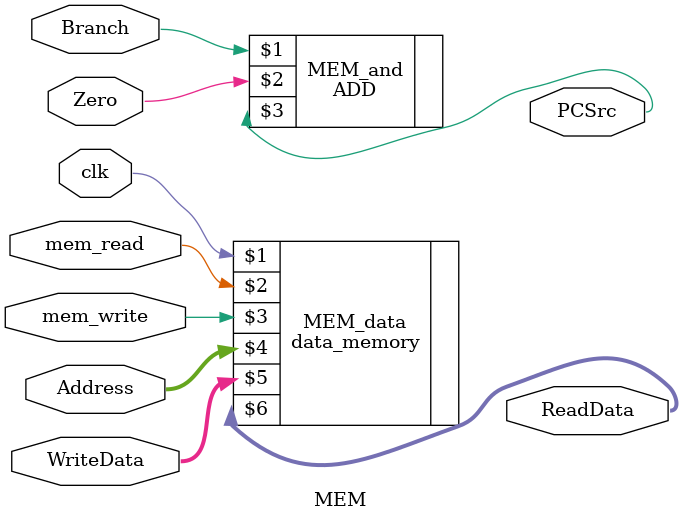
<source format=v>
`timescale 1ns / 1ps


module MEM(clk, mem_read, mem_write, Address, WriteData, Branch, Zero, ReadData, PCSrc);
    input [31:0] Address, WriteData;
    input clk, mem_read, mem_write, Branch, Zero;
    output [31:0] ReadData;
    output PCSrc;
    
    ADD MEM_and(Branch, Zero, PCSrc);
    data_memory MEM_data(clk, mem_read, mem_write, Address, WriteData, ReadData);
endmodule

</source>
